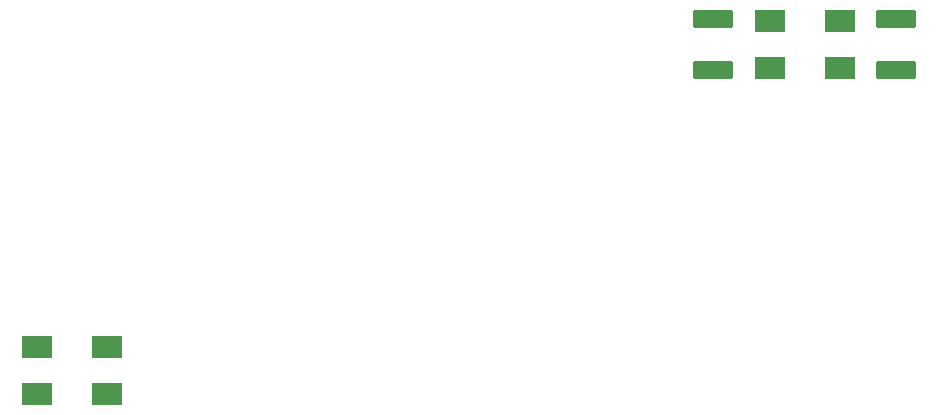
<source format=gtp>
%TF.GenerationSoftware,KiCad,Pcbnew,9.0.2*%
%TF.CreationDate,2025-06-27T09:24:05+02:00*%
%TF.ProjectId,led_driver_220v_p2,6c65645f-6472-4697-9665-725f32323076,rev?*%
%TF.SameCoordinates,Original*%
%TF.FileFunction,Paste,Top*%
%TF.FilePolarity,Positive*%
%FSLAX46Y46*%
G04 Gerber Fmt 4.6, Leading zero omitted, Abs format (unit mm)*
G04 Created by KiCad (PCBNEW 9.0.2) date 2025-06-27 09:24:05*
%MOMM*%
%LPD*%
G01*
G04 APERTURE LIST*
G04 Aperture macros list*
%AMRoundRect*
0 Rectangle with rounded corners*
0 $1 Rounding radius*
0 $2 $3 $4 $5 $6 $7 $8 $9 X,Y pos of 4 corners*
0 Add a 4 corners polygon primitive as box body*
4,1,4,$2,$3,$4,$5,$6,$7,$8,$9,$2,$3,0*
0 Add four circle primitives for the rounded corners*
1,1,$1+$1,$2,$3*
1,1,$1+$1,$4,$5*
1,1,$1+$1,$6,$7*
1,1,$1+$1,$8,$9*
0 Add four rect primitives between the rounded corners*
20,1,$1+$1,$2,$3,$4,$5,0*
20,1,$1+$1,$4,$5,$6,$7,0*
20,1,$1+$1,$6,$7,$8,$9,0*
20,1,$1+$1,$8,$9,$2,$3,0*%
G04 Aperture macros list end*
%ADD10R,2.500000X1.900000*%
%ADD11RoundRect,0.250000X-1.450000X0.537500X-1.450000X-0.537500X1.450000X-0.537500X1.450000X0.537500X0*%
G04 APERTURE END LIST*
D10*
%TO.C,D4*%
X124510000Y-44744000D03*
X124510000Y-48744000D03*
X130460000Y-48744000D03*
X130460000Y-44744000D03*
%TD*%
%TO.C,D1*%
X68430000Y-76335000D03*
X68430000Y-72335000D03*
X62480000Y-72335000D03*
X62480000Y-76335000D03*
%TD*%
D11*
%TO.C,C9*%
X135178000Y-44600000D03*
X135178000Y-48875000D03*
%TD*%
%TO.C,C10*%
X119684000Y-44600000D03*
X119684000Y-48875000D03*
%TD*%
M02*

</source>
